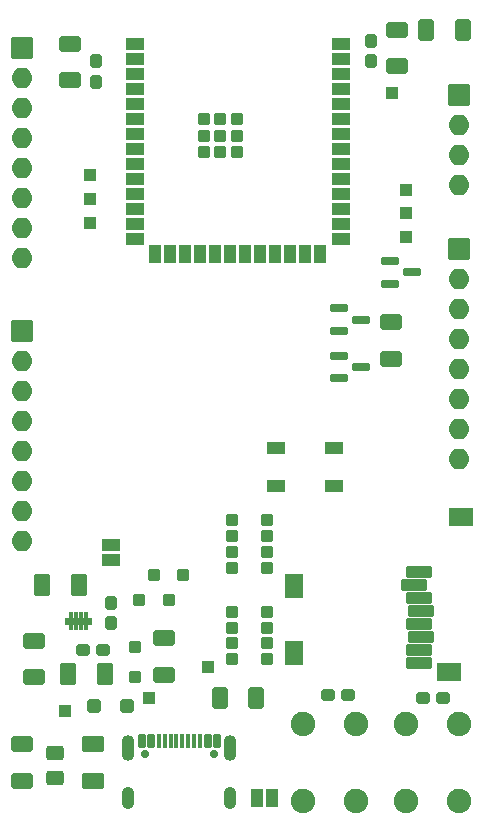
<source format=gbr>
%TF.GenerationSoftware,KiCad,Pcbnew,8.0.1-1.fc39*%
%TF.CreationDate,2024-05-03T11:27:30+02:00*%
%TF.ProjectId,esp32-board,65737033-322d-4626-9f61-72642e6b6963,rev?*%
%TF.SameCoordinates,Original*%
%TF.FileFunction,Soldermask,Top*%
%TF.FilePolarity,Negative*%
%FSLAX46Y46*%
G04 Gerber Fmt 4.6, Leading zero omitted, Abs format (unit mm)*
G04 Created by KiCad (PCBNEW 8.0.1-1.fc39) date 2024-05-03 11:27:30*
%MOMM*%
%LPD*%
G01*
G04 APERTURE LIST*
G04 Aperture macros list*
%AMRoundRect*
0 Rectangle with rounded corners*
0 $1 Rounding radius*
0 $2 $3 $4 $5 $6 $7 $8 $9 X,Y pos of 4 corners*
0 Add a 4 corners polygon primitive as box body*
4,1,4,$2,$3,$4,$5,$6,$7,$8,$9,$2,$3,0*
0 Add four circle primitives for the rounded corners*
1,1,$1+$1,$2,$3*
1,1,$1+$1,$4,$5*
1,1,$1+$1,$6,$7*
1,1,$1+$1,$8,$9*
0 Add four rect primitives between the rounded corners*
20,1,$1+$1,$2,$3,$4,$5,0*
20,1,$1+$1,$4,$5,$6,$7,0*
20,1,$1+$1,$6,$7,$8,$9,0*
20,1,$1+$1,$8,$9,$2,$3,0*%
G04 Aperture macros list end*
%ADD10C,0.100000*%
%ADD11RoundRect,0.038000X-0.750000X-0.450000X0.750000X-0.450000X0.750000X0.450000X-0.750000X0.450000X0*%
%ADD12RoundRect,0.038000X0.450000X-0.750000X0.450000X0.750000X-0.450000X0.750000X-0.450000X-0.750000X0*%
%ADD13RoundRect,0.038000X0.750000X0.450000X-0.750000X0.450000X-0.750000X-0.450000X0.750000X-0.450000X0*%
%ADD14RoundRect,0.038000X0.450000X0.450000X-0.450000X0.450000X-0.450000X-0.450000X0.450000X-0.450000X0*%
%ADD15RoundRect,0.169000X-0.606500X-0.169000X0.606500X-0.169000X0.606500X0.169000X-0.606500X0.169000X0*%
%ADD16RoundRect,0.256500X-0.319000X-0.256500X0.319000X-0.256500X0.319000X0.256500X-0.319000X0.256500X0*%
%ADD17RoundRect,0.256500X0.319000X0.256500X-0.319000X0.256500X-0.319000X-0.256500X0.319000X-0.256500X0*%
%ADD18RoundRect,0.038000X-0.750000X-0.500000X0.750000X-0.500000X0.750000X0.500000X-0.750000X0.500000X0*%
%ADD19RoundRect,0.264615X-0.648385X0.423385X-0.648385X-0.423385X0.648385X-0.423385X0.648385X0.423385X0*%
%ADD20RoundRect,0.267273X-0.320727X-0.320727X0.320727X-0.320727X0.320727X0.320727X-0.320727X0.320727X0*%
%ADD21RoundRect,0.038000X0.135000X0.175000X-0.135000X0.175000X-0.135000X-0.175000X0.135000X-0.175000X0*%
%ADD22RoundRect,0.038000X0.720000X0.220000X-0.720000X0.220000X-0.720000X-0.220000X0.720000X-0.220000X0*%
%ADD23RoundRect,0.038000X-0.500000X-0.500000X0.500000X-0.500000X0.500000X0.500000X-0.500000X0.500000X0*%
%ADD24RoundRect,0.269000X-0.269000X0.269000X-0.269000X-0.269000X0.269000X-0.269000X0.269000X0.269000X0*%
%ADD25RoundRect,0.102000X1.000000X-0.400000X1.000000X0.400000X-1.000000X0.400000X-1.000000X-0.400000X0*%
%ADD26RoundRect,0.102000X0.700000X-0.900000X0.700000X0.900000X-0.700000X0.900000X-0.700000X-0.900000X0*%
%ADD27RoundRect,0.102000X0.950000X-0.700000X0.950000X0.700000X-0.950000X0.700000X-0.950000X-0.700000X0*%
%ADD28RoundRect,0.264615X0.648385X-0.423385X0.648385X0.423385X-0.648385X0.423385X-0.648385X-0.423385X0*%
%ADD29RoundRect,0.256500X-0.256500X0.319000X-0.256500X-0.319000X0.256500X-0.319000X0.256500X0.319000X0*%
%ADD30RoundRect,0.264615X0.423385X0.648385X-0.423385X0.648385X-0.423385X-0.648385X0.423385X-0.648385X0*%
%ADD31RoundRect,0.038000X-0.500000X-0.750000X0.500000X-0.750000X0.500000X0.750000X-0.500000X0.750000X0*%
%ADD32RoundRect,0.264615X-0.423385X-0.648385X0.423385X-0.648385X0.423385X0.648385X-0.423385X0.648385X0*%
%ADD33RoundRect,0.264340X-0.436160X-0.673660X0.436160X-0.673660X0.436160X0.673660X-0.436160X0.673660X0*%
%ADD34C,2.076000*%
%ADD35RoundRect,0.256500X0.256500X-0.319000X0.256500X0.319000X-0.256500X0.319000X-0.256500X-0.319000X0*%
%ADD36RoundRect,0.269000X-0.269000X-0.269000X0.269000X-0.269000X0.269000X0.269000X-0.269000X0.269000X0*%
%ADD37RoundRect,0.038000X0.750000X-0.500000X0.750000X0.500000X-0.750000X0.500000X-0.750000X-0.500000X0*%
%ADD38RoundRect,0.038000X-0.850000X-0.850000X0.850000X-0.850000X0.850000X0.850000X-0.850000X0.850000X0*%
%ADD39O,1.776000X1.776000*%
%ADD40C,0.726000*%
%ADD41RoundRect,0.169000X-0.169000X-0.444000X0.169000X-0.444000X0.169000X0.444000X-0.169000X0.444000X0*%
%ADD42RoundRect,0.094000X-0.094000X-0.519000X0.094000X-0.519000X0.094000X0.519000X-0.094000X0.519000X0*%
%ADD43O,1.076000X2.176000*%
%ADD44O,1.076000X1.876000*%
%ADD45RoundRect,0.264340X-0.673660X0.436160X-0.673660X-0.436160X0.673660X-0.436160X0.673660X0.436160X0*%
%ADD46RoundRect,0.264340X0.436160X0.673660X-0.436160X0.673660X-0.436160X-0.673660X0.436160X-0.673660X0*%
%ADD47RoundRect,0.266522X-0.471478X0.346478X-0.471478X-0.346478X0.471478X-0.346478X0.471478X0.346478X0*%
G04 APERTURE END LIST*
D10*
X127150000Y-71250000D02*
X129350000Y-71250000D01*
X129350000Y-71750000D01*
X127150000Y-71750000D01*
X127150000Y-71250000D01*
G36*
X127150000Y-71250000D02*
G01*
X129350000Y-71250000D01*
X129350000Y-71750000D01*
X127150000Y-71750000D01*
X127150000Y-71250000D01*
G37*
D11*
%TO.C,U1*%
X133000000Y-22700000D03*
X133000000Y-23970000D03*
X133000000Y-25240000D03*
X133000000Y-26510000D03*
X133000000Y-27780000D03*
X133000000Y-29050000D03*
X133000000Y-30320000D03*
X133000000Y-31590000D03*
X133000000Y-32860000D03*
X133000000Y-34130000D03*
X133000000Y-35400000D03*
X133000000Y-36670000D03*
X133000000Y-37940000D03*
X133000000Y-39210000D03*
D12*
X134765000Y-40460000D03*
X136035000Y-40460000D03*
X137305000Y-40460000D03*
X138575000Y-40460000D03*
X139845000Y-40460000D03*
X141115000Y-40460000D03*
X142385000Y-40460000D03*
X143655000Y-40460000D03*
X144925000Y-40460000D03*
X146195000Y-40460000D03*
X147465000Y-40460000D03*
X148735000Y-40460000D03*
D13*
X150500000Y-39210000D03*
X150500000Y-37940000D03*
X150500000Y-36670000D03*
X150500000Y-35400000D03*
X150500000Y-34130000D03*
X150500000Y-32860000D03*
X150500000Y-31590000D03*
X150500000Y-30320000D03*
X150500000Y-29050000D03*
X150500000Y-27780000D03*
X150500000Y-26510000D03*
X150500000Y-25240000D03*
X150500000Y-23970000D03*
X150500000Y-22700000D03*
D14*
X138850000Y-29020000D03*
X138850000Y-30420000D03*
X138850000Y-31820000D03*
X138850000Y-31820000D03*
X140250000Y-29020000D03*
X140250000Y-29020000D03*
X140250000Y-30420000D03*
X140250000Y-31820000D03*
X141650000Y-29020000D03*
X141650000Y-30420000D03*
X141650000Y-31820000D03*
%TD*%
D15*
%TO.C,Q3*%
X150312500Y-45050000D03*
X150312500Y-46950000D03*
X152187500Y-46000000D03*
%TD*%
D16*
%TO.C,C15*%
X128637500Y-74000000D03*
X130362500Y-74000000D03*
%TD*%
D17*
%TO.C,C3*%
X159112500Y-78000000D03*
X157387500Y-78000000D03*
%TD*%
D18*
%TO.C,D5*%
X149900000Y-60100000D03*
X149900000Y-56900000D03*
X145000000Y-56900000D03*
X145000000Y-60100000D03*
%TD*%
D19*
%TO.C,R32*%
X124500000Y-73200000D03*
X124500000Y-76300000D03*
%TD*%
D15*
%TO.C,Q1*%
X154625000Y-41050000D03*
X154625000Y-42950000D03*
X156500000Y-42000000D03*
%TD*%
D20*
%TO.C,D4*%
X129600000Y-78750000D03*
X132400000Y-78750000D03*
%TD*%
D21*
%TO.C,U2*%
X128850000Y-70975000D03*
X128450000Y-70975000D03*
X128050000Y-70975000D03*
X127650000Y-70975000D03*
X127650000Y-72025000D03*
X128050000Y-72025000D03*
X128450000Y-72025000D03*
X128850000Y-72025000D03*
D22*
X128250000Y-71500000D03*
%TD*%
D23*
%TO.C,TP8*%
X129200000Y-35800000D03*
%TD*%
D24*
%TO.C,D3*%
X133000000Y-73750000D03*
X133000000Y-76250000D03*
%TD*%
D25*
%TO.C,J4*%
X157050000Y-67360000D03*
X156650000Y-68460000D03*
X157050000Y-69560000D03*
X157250000Y-70660000D03*
X157050000Y-71760000D03*
X157250000Y-72860000D03*
X157050000Y-73960000D03*
X157050000Y-75060000D03*
D26*
X146500000Y-74250000D03*
X146500000Y-68550000D03*
D27*
X159650000Y-75850000D03*
X160650000Y-62700000D03*
%TD*%
D28*
%TO.C,R4*%
X135500000Y-76050000D03*
X135500000Y-72950000D03*
%TD*%
D29*
%TO.C,C17*%
X131000000Y-70000000D03*
X131000000Y-71725000D03*
%TD*%
D28*
%TO.C,R10*%
X155250000Y-24550000D03*
X155250000Y-21450000D03*
%TD*%
D30*
%TO.C,R9*%
X160800000Y-21500000D03*
X157700000Y-21500000D03*
%TD*%
D31*
%TO.C,JP1*%
X143350000Y-86500000D03*
X144650000Y-86500000D03*
%TD*%
D23*
%TO.C,TP9*%
X129200000Y-37800000D03*
%TD*%
D32*
%TO.C,R3*%
X140200000Y-78000000D03*
X143300000Y-78000000D03*
%TD*%
D33*
%TO.C,C14*%
X127375000Y-76000000D03*
X130500000Y-76000000D03*
%TD*%
D34*
%TO.C,SW1*%
X151750000Y-80250000D03*
X151750000Y-86750000D03*
X147250000Y-80250000D03*
X147250000Y-86750000D03*
%TD*%
D16*
%TO.C,C2*%
X149387500Y-77750000D03*
X151112500Y-77750000D03*
%TD*%
D15*
%TO.C,Q2*%
X150312500Y-49050000D03*
X150312500Y-50950000D03*
X152187500Y-50000000D03*
%TD*%
D35*
%TO.C,C16*%
X153000000Y-24112500D03*
X153000000Y-22387500D03*
%TD*%
D23*
%TO.C,TP10*%
X127100000Y-79100000D03*
%TD*%
D14*
%TO.C,RN2*%
X144250000Y-74750000D03*
X144250000Y-73410000D03*
X144250000Y-72090000D03*
X144250000Y-70750000D03*
X141250000Y-70750000D03*
X141250000Y-72090000D03*
X141250000Y-73410000D03*
X141250000Y-74750000D03*
%TD*%
D23*
%TO.C,TP1*%
X134250000Y-78000000D03*
%TD*%
D36*
%TO.C,D1*%
X134625000Y-67650000D03*
X137125000Y-67650000D03*
%TD*%
D37*
%TO.C,JP5*%
X131000000Y-66350000D03*
X131000000Y-65050000D03*
%TD*%
D38*
%TO.C,DP1*%
X123500000Y-23000000D03*
D39*
X123500000Y-25540000D03*
X123500000Y-28080000D03*
X123500000Y-30620000D03*
X123500000Y-33160000D03*
X123500000Y-35700000D03*
X123500000Y-38240000D03*
X123500000Y-40780000D03*
%TD*%
D40*
%TO.C,J3*%
X133910000Y-82795000D03*
X139690000Y-82795000D03*
D41*
X133600000Y-81720000D03*
X134400000Y-81720000D03*
D42*
X135550000Y-81720000D03*
X136550000Y-81720000D03*
X137050000Y-81720000D03*
X138050000Y-81720000D03*
D41*
X139200000Y-81720000D03*
X140000000Y-81720000D03*
X140000000Y-81720000D03*
X139200000Y-81720000D03*
D42*
X138550000Y-81720000D03*
X137550000Y-81720000D03*
X136050000Y-81720000D03*
X135050000Y-81720000D03*
D41*
X134400000Y-81720000D03*
X133600000Y-81720000D03*
D43*
X132480000Y-82295000D03*
D44*
X132480000Y-86475000D03*
D43*
X141120000Y-82295000D03*
D44*
X141120000Y-86475000D03*
%TD*%
D23*
%TO.C,TP2*%
X139200000Y-75400000D03*
%TD*%
%TO.C,TP4*%
X156000000Y-39000000D03*
%TD*%
D38*
%TO.C,J1*%
X160500000Y-40000000D03*
D39*
X160500000Y-42540000D03*
X160500000Y-45080000D03*
X160500000Y-47620000D03*
X160500000Y-50160000D03*
X160500000Y-52700000D03*
X160500000Y-55240000D03*
X160500000Y-57780000D03*
%TD*%
D38*
%TO.C,J5*%
X123500000Y-47000000D03*
D39*
X123500000Y-49540000D03*
X123500000Y-52080000D03*
X123500000Y-54620000D03*
X123500000Y-57160000D03*
X123500000Y-59700000D03*
X123500000Y-62240000D03*
X123500000Y-64780000D03*
%TD*%
D45*
%TO.C,C4*%
X129500000Y-81937500D03*
X129500000Y-85062500D03*
%TD*%
D19*
%TO.C,R11*%
X123500000Y-81950000D03*
X123500000Y-85050000D03*
%TD*%
%TO.C,R1*%
X154750000Y-46200000D03*
X154750000Y-49300000D03*
%TD*%
D23*
%TO.C,TP6*%
X156000000Y-35000000D03*
%TD*%
D46*
%TO.C,C18*%
X128312500Y-68500000D03*
X125187500Y-68500000D03*
%TD*%
D19*
%TO.C,R2*%
X127500000Y-22650000D03*
X127500000Y-25750000D03*
%TD*%
D34*
%TO.C,SW2*%
X156000000Y-86750000D03*
X156000000Y-80250000D03*
X160500000Y-86750000D03*
X160500000Y-80250000D03*
%TD*%
D23*
%TO.C,TP5*%
X156000000Y-37000000D03*
%TD*%
D47*
%TO.C,D15*%
X126250000Y-82725000D03*
X126250000Y-84775000D03*
%TD*%
D38*
%TO.C,J2*%
X160500000Y-27000000D03*
D39*
X160500000Y-29540000D03*
X160500000Y-32080000D03*
X160500000Y-34620000D03*
%TD*%
D36*
%TO.C,D2*%
X133375000Y-69775000D03*
X135875000Y-69775000D03*
%TD*%
D23*
%TO.C,TP7*%
X129200000Y-33800000D03*
%TD*%
%TO.C,TP3*%
X154800000Y-26800000D03*
%TD*%
D29*
%TO.C,C1*%
X129750000Y-24137500D03*
X129750000Y-25862500D03*
%TD*%
D14*
%TO.C,RN1*%
X144250000Y-67000000D03*
X144250000Y-65660000D03*
X144250000Y-64340000D03*
X144250000Y-63000000D03*
X141250000Y-63000000D03*
X141250000Y-64340000D03*
X141250000Y-65660000D03*
X141250000Y-67000000D03*
%TD*%
M02*

</source>
